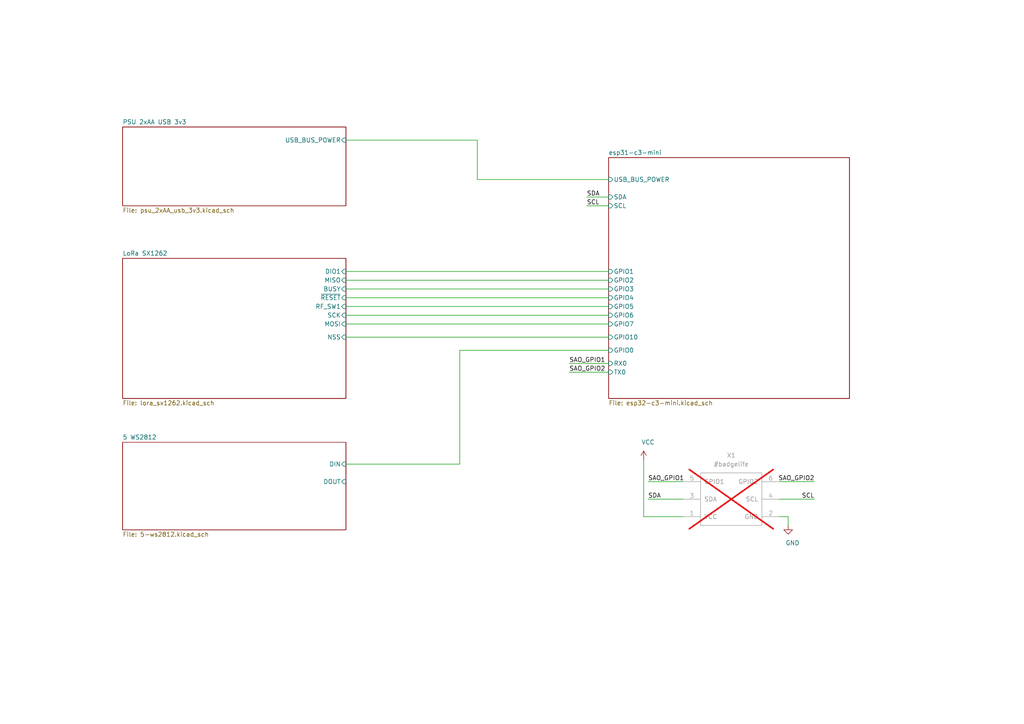
<source format=kicad_sch>
(kicad_sch (version 20250114) (generator "eeschema") (generator_version "9.0")
  (paper "A4")
  (title_block (title "Circle badge") (date "2025-02-09") (rev "0.1"))
  (lib_symbols
    (symbol "badgelife_shitty_addon_v169bis:Badgelife_sao_connector_v169bis" (pin_names (offset 1.016))
      (property "Reference" "X" (at 0 0 0))
      (property "Value" "Badgelife_sao_connector_v169bis" (at 0 20.32 0))
      (symbol "Badgelife_sao_connector_v169bis_0_1"
        (rectangle (start -7.62 8.89) (end 7.62 -8.89))
      )
      (symbol "Badgelife_sao_connector_v169bis_1_1"
        (pin input line (at -5.08 13.97 270) (length 5.08) (name "VCC") (number "1"))
        (pin input line (at -5.08 -13.97 90) (length 5.08) (name "GND") (number "2"))
        (pin input line (at 0 13.97 270) (length 5.08) (name "SDA") (number "3"))
        (pin input line (at 0 -13.97 90) (length 5.08) (name "SCL") (number "4"))
        (pin input line (at 5.08 13.97 270) (length 5.08) (name "GPIO1") (number "5"))
        (pin input line (at 5.08 -13.97 90) (length 5.08) (name "GPIO2") (number "6"))
      )
    )
    (symbol "power:GND" (power) (pin_names (offset 0))
      (property "Value" "GND" (at 0 -3.81 0))
      (symbol "GND_0_1"
        (polyline (pts (xy 0 0) (xy 0 -1.27) (xy 1.27 -1.27) (xy 0 -2.54) (xy -1.27 -1.27) (xy 0 -1.27)))
      )
      (symbol "GND_1_1"
        (pin power_in line (at 0 0 270) (length 0) (hide yes) (name "GND") (number "1"))
      )
    )
    (symbol "power:VCC" (power) (pin_names (offset 0))
      (property "Value" "VCC" (at 0 3.81 0))
      (symbol "VCC_0_1"
        (polyline (pts (xy -0.762 1.27) (xy 0 2.54)))
        (polyline (pts (xy 0 2.54) (xy 0.762 1.27)))
        (polyline (pts (xy 0 0) (xy 0 2.54)))
      )
      (symbol "VCC_1_1"
        (pin power_in line (at 0 0 90) (length 0) (hide yes) (name "VCC") (number "1"))
      )
    )
  )
  (wire (pts (xy 165.1 107.95) (xy 176.53 107.95)))
  (wire (pts (xy 133.35 134.62) (xy 100.33 134.62)))
  (wire (pts (xy 186.69 149.86) (xy 198.12 149.86)))
  (wire (pts (xy 133.35 101.6) (xy 133.35 134.62)))
  (wire (pts (xy 100.33 93.98) (xy 176.53 93.98)))
  (wire (pts (xy 226.06 139.7) (xy 236.22 139.7)))
  (wire (pts (xy 176.53 101.6) (xy 133.35 101.6)))
  (wire (pts (xy 100.33 88.9) (xy 176.53 88.9)))
  (wire (pts (xy 138.43 40.64) (xy 138.43 52.07)))
  (wire (pts (xy 186.69 149.86) (xy 186.69 133.35)))
  (wire (pts (xy 187.96 139.7) (xy 198.12 139.7)))
  (wire (pts (xy 100.33 78.74) (xy 176.53 78.74)))
  (wire (pts (xy 187.96 144.78) (xy 198.12 144.78)))
  (wire (pts (xy 165.1 105.41) (xy 176.53 105.41)))
  (wire (pts (xy 170.18 57.15) (xy 176.53 57.15)))
  (wire (pts (xy 226.06 144.78) (xy 236.22 144.78)))
  (wire (pts (xy 100.33 83.82) (xy 176.53 83.82)))
  (wire (pts (xy 226.06 149.86) (xy 228.6 149.86)))
  (wire (pts (xy 100.33 81.28) (xy 176.53 81.28)))
  (wire (pts (xy 138.43 52.07) (xy 176.53 52.07)))
  (wire (pts (xy 228.6 149.86) (xy 228.6 152.4)))
  (wire (pts (xy 100.33 91.44) (xy 176.53 91.44)))
  (wire (pts (xy 170.18 59.69) (xy 176.53 59.69)))
  (wire (pts (xy 100.33 40.64) (xy 138.43 40.64)))
  (wire (pts (xy 100.33 97.79) (xy 176.53 97.79)))
  (wire (pts (xy 100.33 86.36) (xy 176.53 86.36)))
  (label "SAO_GPIO2" (at 236.22 139.7 180))
  (label "SAO_GPIO2" (at 165.1 107.95 0))
  (label "SDA" (at 170.18 57.15 0))
  (label "SCL" (at 236.22 144.78 180))
  (label "SDA" (at 187.96 144.78 0))
  (label "SAO_GPIO1" (at 165.1 105.41 0))
  (label "SCL" (at 170.18 59.69 0))
  (label "SAO_GPIO1" (at 187.96 139.7 0))
  (symbol (lib_id "power:VCC") (at 186.69 133.35 0) (unit 1)
    (property "Reference" "#PWR019" (effects (hide yes)))
    (property "Value" "VCC" (at 187.96 128.27 0))
  )
  (symbol (lib_id "badgelife_shitty_addon_v169bis:Badgelife_sao_connector_v169bis") (at 212.09 144.78 90) (unit 1) (in_bom no) (dnp yes)
    (property "Reference" "X1" (at 212.09 132.08 90))
    (property "Value" "#badgelife" (at 212.09 134.62 90))
    (property "Footprint" "badgelife_sao_v169bis:Badgelife-SAOv169-BADGE-2x3" (effects (hide yes)))
  )
  (symbol (lib_id "power:GND") (at 228.6 152.4 0) (unit 1)
    (property "Reference" "#PWR020" (effects (hide yes)))
    (property "Value" "GND" (at 229.87 157.48 0))
  )
  (sheet (at 176.53 45.72) (size 69.85 69.85) (stroke (width 0.1524))
    (property "Sheetname" "esp31-c3-mini" (at 176.53 45.0084 0) (effects (justify left bottom)))
    (property "Sheetfile" "esp32-c3-mini.kicad_sch" (at 176.53 116.1546 0) (effects (justify left top)))
    (pin "SCL" input (at 176.53 59.69 180))
    (pin "GPIO0" input (at 176.53 101.6 180))
    (pin "GPIO3" input (at 176.53 83.82 180))
    (pin "USB_BUS_POWER" input (at 176.53 52.07 180))
    (pin "GPIO10" input (at 176.53 97.79 180))
    (pin "GPIO4" input (at 176.53 86.36 180))
    (pin "GPIO5" input (at 176.53 88.9 180))
    (pin "GPIO1" input (at 176.53 78.74 180))
    (pin "TX0" input (at 176.53 107.95 180))
    (pin "SDA" input (at 176.53 57.15 180))
    (pin "GPIO2" input (at 176.53 81.28 180))
    (pin "RX0" input (at 176.53 105.41 180))
    (pin "GPIO7" input (at 176.53 93.98 180))
    (pin "GPIO6" input (at 176.53 91.44 180))
  )
  (sheet (at 35.56 36.83) (size 64.77 22.86) (stroke (width 0.1524))
    (property "Sheetname" "PSU 2xAA USB 3v3" (at 35.56 36.1184 0) (effects (justify left bottom)))
    (property "Sheetfile" "psu_2xAA_usb_3v3.kicad_sch" (at 35.56 60.2746 0) (effects (justify left top)))
    (pin "USB_BUS_POWER" input (at 100.33 40.64 0))
  )
  (sheet (at 35.56 74.93) (size 64.77 40.64) (stroke (width 0.1524))
    (property "Sheetname" "LoRa SX1262" (at 35.56 74.2184 0) (effects (justify left bottom)))
    (property "Sheetfile" "lora_sx1262.kicad_sch" (at 35.56 116.1546 0) (effects (justify left top)))
    (pin "DIO1" input (at 100.33 78.74 0))
    (pin "BUSY" input (at 100.33 83.82 0))
    (pin "~{RESET}" input (at 100.33 86.36 0))
    (pin "MISO" input (at 100.33 81.28 0))
    (pin "MOSI" input (at 100.33 93.98 0))
    (pin "NSS" input (at 100.33 97.79 0))
    (pin "SCK" input (at 100.33 91.44 0))
    (pin "RF_SW1" input (at 100.33 88.9 0))
  )
  (sheet (at 35.56 128.27) (size 64.77 25.4) (stroke (width 0.1524))
    (property "Sheetname" "5 WS2812" (at 35.56 127.5584 0) (effects (justify left bottom)))
    (property "Sheetfile" "5-ws2812.kicad_sch" (at 35.56 154.2546 0) (effects (justify left top)))
    (pin "DIN" input (at 100.33 134.62 0))
    (pin "DOUT" input (at 100.33 139.7 0))
  )
)
</source>
